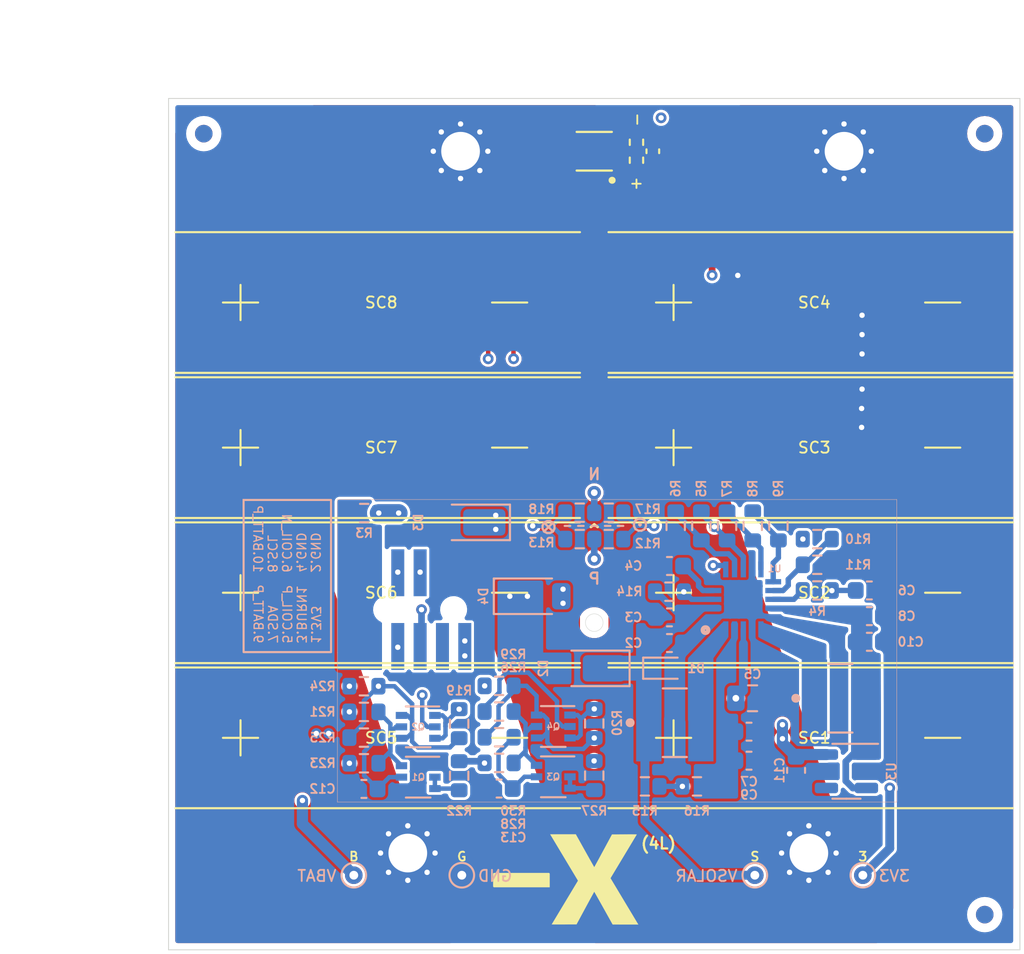
<source format=kicad_pcb>
(kicad_pcb (version 20221018) (generator pcbnew)
  (layers (0 "F.Cu" signal "Top") (1 "In1.Cu" signal) (2 "In2.Cu" signal) (31 "B.Cu" signal "Bottom") (34 "B.Paste" user) (35 "F.Paste" user) (36 "B.SilkS" user "B.Silkscreen") (37 "F.SilkS" user "F.Silkscreen") (38 "B.Mask" user) (39 "F.Mask" user) (44 "Edge.Cuts" user))
  (net 0 "")
  (net 1 "GND")
  (net 2 "+3V3")
  (net 3 "Net-(U1-VREF_SAMP)")
  (net 4 "Net-(U1-VSTOR)")
  (net 5 "VOUT_EN")
  (net 6 "VSOLAR")
  (net 7 "VBAT_OK")
  (net 8 "SDA")
  (net 9 "BATT_P")
  (net 10 "COIL_N")
  (net 11 "COIL_P")
  (net 12 "Net-(D3-K)")
  (net 13 "Net-(U1-LBOOST)")
  (net 14 "Net-(U1-LBUCK)")
  (net 15 "Net-(U1-VBAT_OV)")
  (net 16 "Net-(U1-OK_HYST)")
  (net 17 "Net-(U1-OK_PROG)")
  (net 18 "/coil")
  (net 19 "/VSOLAR_FULL")
  (net 20 "BURN1")
  (net 21 "Net-(U1-VOUT_SET)")
  (net 22 "Net-(U1-VOC_SAMP)")
  (net 23 "SCL")
  (net 24 "Net-(Q1B-G1)")
  (net 25 "Net-(Q3B-G1)")
  (net 26 "Net-(Q1A-G2)")
  (net 27 "SCL_LS")
  (net 28 "Net-(Q1A-D1)")
  (net 29 "Net-(Q2A-B1)")
  (net 30 "Net-(Q3A-G2)")
  (net 31 "SDA_LS")
  (net 32 "Net-(Q3A-D1)")
  (net 33 "Net-(Q4A-B1)")
  (net 34 "VBAT")
  (net 35 "Net-(U1-VRDIV)")
  (net 36 "Net-(U2-ADDR)")
  (net 38 "Net-(U1-VOUT)")
  (footprint "solarpanels:KXOB25-05X3F" (layer "F.Cu") (at 83.89 78.65)
    (fp_text reference "SC5")
    (fp_text value "SolarCell_Small")
  )
  (footprint "solarpanels:KXOB25-05X3F" (layer "F.Cu") (at 83.89 70.4)
    (fp_text reference "SC6")
    (fp_text value "SolarCell_Small")
  )
  (footprint "solarpanels:KXOB25-05X3F" (layer "F.Cu") (at 83.89 62.149996)
    (fp_text reference "SC7")
    (fp_text value "SolarCell_Small")
  )
  (footprint "solarpanels:KXOB25-05X3F" (layer "F.Cu") (at 108.51 78.65)
    (fp_text reference "SC1")
    (fp_text value "SolarCell_Small")
  )
  (footprint "solarpanels:KXOB25-05X3F" (layer "F.Cu") (at 108.51 70.4)
    (fp_text reference "SC2")
    (fp_text value "SolarCell_Small")
  )
  (footprint "solarpanels:KXOB25-05X3F" (layer "F.Cu") (at 108.51 62.149996)
    (fp_text reference "SC3")
    (fp_text value "SolarCell_Small")
  )
  (footprint "solarpanels:KXOB25-05X3F" (layer "F.Cu") (at 108.51 53.9)
    (fp_text reference "SC4")
    (fp_text value "SolarCell_Small")
  )
  (footprint "Capacitor_SMD:C_0402_1005Metric" (layer "F.Cu") (at 110.03 45.3 -90)
    (fp_text reference "C1" hide)
    (fp_text value "0.1uF")
  )
  (footprint "Resistor_SMD:R_0402_1005Metric" (layer "F.Cu") (at 109.1 45.81 -90)
    (fp_text reference "R1" hide)
    (fp_text value "0R")
  )
  (footprint "Resistor_SMD:R_0402_1005Metric" (layer "F.Cu") (at 109.1 44.79 -90)
    (fp_text reference "R2" hide)
    (fp_text value "0R")
  )
  (footprint "solarpanels:MountingHole_2.2mm_M2_DIN965_Pad_TopBottom" (layer "F.Cu") (at 99.100005 45.300011)
    (fp_text reference "H2" hide)
    (fp_text value "MountingHole")
  )
  (footprint "solarpanels:KXOB25-05X3F" (layer "F.Cu") (at 83.89 53.9)
    (fp_text reference "SC8")
    (fp_text value "SolarCell_Small")
  )
  (footprint "Fiducial:Fiducial_1mm_Mask2mm" (layer "F.Cu") (at 128.9 88.7)
    (fp_text reference "REF**" hide)
    (fp_text value "Fiducial_1mm_Mask2mm")
  )
  (footprint "Fiducial:Fiducial_1mm_Mask2mm" (layer "F.Cu") (at 128.9 44.3)
    (fp_text reference "REF**" hide)
    (fp_text value "Fiducial_1mm_Mask2mm")
  )
  (footprint "solarpanels:MountingHole_2.2mm_M2_DIN965_Pad_TopBottom" (layer "F.Cu") (at 118.9 85.2)
    (fp_text reference "H4" hide)
    (fp_text value "MountingHole")
  )
  (footprint "solarpanels:MountingHole_2.2mm_M2_DIN965_Pad_TopBottom" (layer "F.Cu") (at 96.1 85.2)
    (fp_text reference "H3" hide)
    (fp_text value "MountingHole")
  )
  (footprint "Fiducial:Fiducial_1mm_Mask2mm" (layer "F.Cu") (at 84.5 44.3)
    (fp_text reference "REF**" hide)
    (fp_text value "Fiducial_1mm_Mask2mm")
  )
  (footprint "solarpanels:OPT3001" (layer "F.Cu") (at 106.7 45.3 180)
    (fp_text reference "U2" hide)
    (fp_text value "OPT3001")
  )
  (footprint "X Label" (layer "F.Cu") (at 106.7 88.205445)
    (fp_text reference "REF**" hide)
    (fp_text value "X Label" hide)
  )
  (footprint "solarpanels:MountingHole_2.2mm_M2_DIN965_Pad_TopBottom" (layer "F.Cu") (at 120.900012 45.300011)
    (fp_text reference "H1" hide)
    (fp_text value "MountingHole")
  )
  (footprint "Capacitor_SMD:C_0805_2012Metric" (layer "B.Cu") (at 115.7 76.4)
    (fp_text reference "C5")
    (fp_text value "100uF")
  )
  (footprint "Capacitor_SMD:C_0603_1608Metric" (layer "B.Cu") (at 115.5 79.95)
    (fp_text reference "C9")
    (fp_text value "0.1uF")
  )
  (footprint "Capacitor_SMD:C_0603_1608Metric" (layer "B.Cu") (at 122.34 71.73)
    (fp_text reference "C8")
    (fp_text value "22uF")
  )
  (footprint "Capacitor_SMD:C_0603_1608Metric" (layer "B.Cu") (at 122.34 70.27)
    (fp_text reference "C6")
    (fp_text value "1uF")
  )
  (footprint "Capacitor_SMD:C_0603_1608Metric" (layer "B.Cu") (at 110.975 68.88 180)
    (fp_text reference "C4")
    (fp_text value "10nF")
  )
  (footprint "solarpanels:LPS4018" (layer "B.Cu") (at 120.7 76.4)
    (fp_text reference "L2" hide)
    (fp_text value "10uH-LPS4018-103MR" hide)
  )
  (footprint "Resistor_SMD:R_0603_1608Metric" (layer "B.Cu") (at 109.58 81.41)
    (fp_text reference "R15")
    (fp_text value "DNI (0R)")
  )
  (footprint "Resistor_SMD:R_0603_1608Metric" (layer "B.Cu") (at 117.17 66.6 -90)
    (fp_text reference "R9")
    (fp_text value "4.53M")
  )
  (footprint "Resistor_SMD:R_0603_1608Metric" (layer "B.Cu") (at 119.38 68.81 180)
    (fp_text reference "R11")
    (fp_text value "4.75M")
  )
  (footprint "Resistor_SMD:R_0603_1608Metric" (layer "B.Cu") (at 114.25 66.6 -90)
    (fp_text reference "R7")
    (fp_text value "374K")
  )
  (footprint "Resistor_SMD:R_0603_1608Metric" (layer "B.Cu") (at 119.38 70.27)
    (fp_text reference "R4")
    (fp_text value "0R")
  )
  (footprint "Resistor_SMD:R_0603_1608Metric" (layer "B.Cu") (at 115.71 66.6 -90)
    (fp_text reference "R8")
    (fp_text value "8.25M")
  )
  (footprint "Resistor_SMD:R_0603_1608Metric" (layer "B.Cu") (at 110.975 70.34 180)
    (fp_text reference "R14")
    (fp_text value "DNI (0R)")
  )
  (footprint "Resistor_SMD:R_0603_1608Metric" (layer "B.Cu") (at 119.38 67.35 180)
    (fp_text reference "R10")
    (fp_text value "8.25M")
  )
  (footprint "solarpanels:QFN50P350X350X100-21N-D" (layer "B.Cu") (at 115.175 70.775)
    (fp_text reference "U1")
    (fp_text value "BQ25570RGRR" hide)
  )
  (footprint "solarpanels:LPS4018" (layer "B.Cu") (at 111.27924 77.78963)
    (fp_text reference "L1" hide)
    (fp_text value "22uH-LPS4018-223MR" hide)
  )
  (footprint "Resistor_SMD:R_0603_1608Metric" (layer "B.Cu") (at 112.54 81.41 180)
    (fp_text reference "R16")
    (fp_text value "0R")
  )
  (footprint "Resistor_SMD:R_0603_1608Metric" (layer "B.Cu") (at 112.79 66.6 90)
    (fp_text reference "R5")
    (fp_text value "7.32M")
  )
  (footprint "Capacitor_SMD:C_0603_1608Metric" (layer "B.Cu") (at 115.5 78.3)
    (fp_text reference "C7")
    (fp_text value "4.7uF")
  )
  (footprint "Resistor_SMD:R_0603_1608Metric" (layer "B.Cu") (at 111.33 66.6 90)
    (fp_text reference "R6")
    (fp_text value "5.62M")
  )
  (footprint "Capacitor_SMD:C_0603_1608Metric" (layer "B.Cu") (at 110.975 71.8 180)
    (fp_text reference "C3")
    (fp_text value "4.7uF")
  )
  (footprint "TestPoint:TestPoint_THTPad_D1.0mm_Drill0.5mm" (layer "B.Cu") (at 99.17 86.46)
    (fp_text reference "TP2" hide)
    (fp_text value "TP")
  )
  (footprint "TestPoint:TestPoint_THTPad_D1.0mm_Drill0.5mm" (layer "B.Cu") (at 121.97 86.46)
    (fp_text reference "TP3" hide)
    (fp_text value "TP")
  )
  (footprint "TestPoint:TestPoint_THTPad_D1.0mm_Drill0.5mm" (layer "B.Cu") (at 93.03 86.46)
    (fp_text reference "TP4" hide)
    (fp_text value "TP")
  )
  (footprint "TestPoint:TestPoint_THTPad_D1.0mm_Drill0.5mm" (layer "B.Cu") (at 115.83 86.46)
    (fp_text reference "TP1" hide)
    (fp_text value "TP")
  )
  (footprint "Resistor_SMD:R_0603_1608Metric" (layer "B.Cu") (at 105.875 65.85)
    (fp_text reference "R18")
    (fp_text value "0R")
  )
  (footprint "Resistor_SMD:R_0603_1608Metric" (layer "B.Cu") (at 107.525 65.85)
    (fp_text reference "R17")
    (fp_text value "0R")
  )
  (footprint "Resistor_SMD:R_0603_1608Metric" (layer "B.Cu") (at 107.525 67.35)
    (fp_text reference "R12")
    (fp_text value "0R")
  )
  (footprint "Resistor_SMD:R_0603_1608Metric" (layer "B.Cu") (at 105.875 67.35)
    (fp_text reference "R13")
    (fp_text value "0R")
  )
  (footprint "Diode_SMD:D_SOD-523" (layer "B.Cu") (at 110.74 74.69)
    (fp_text reference "D1")
    (fp_text value "SZMM5Z5V1T1G")
  )
  (footprint "custom-footprints:pycubed_mini_half" (layer "B.Cu") (at 107 44.5 180)
    (fp_text reference "Ref**" hide)
    (fp_text value "Val**" hide)
  )
  (footprint "Resistor_SMD:R_0603_1608Metric" (layer "B.Cu") (at 99.02 80.805 -90)
    (fp_text reference "R22")
    (fp_text value "100K")
  )
  (footprint "Resistor_SMD:R_0603_1608Metric" (layer "B.Cu") (at 101.29 77.155)
    (fp_text reference "R26")
    (fp_text value "680R")
  )
  (footprint "Diode_SMD:D_PowerDI-123" (layer "B.Cu") (at 99.6 66.4 180)
    (fp_text reference "D3")
    (fp_text value "DFLS130L-7")
  )
  (footprint "Capacitor_SMD:C_0603_1608Metric" (layer "B.Cu") (at 118.175 80.5 -90)
    (fp_text reference "C11")
    (fp_text value "0.1uF")
  )
  (footprint "Diode_SMD:D_PowerDI-123" (layer "B.Cu") (at 106.4 74.7 180)
    (fp_text reference "D2")
    (fp_text value "DFLS130L-7")
  )
  (footprint "Resistor_SMD:R_0603_1608Metric" (layer "B.Cu") (at 93.605 77.175)
    (fp_text reference "R21")
    (fp_text value "680R")
  )
  (footprint "Resistor_SMD:R_0603_1608Metric" (layer "B.Cu") (at 106.7 77.835 90)
    (fp_text reference "R20")
    (fp_text value "DNI (0R)")
  )
  (footprint "Capacitor_SMD:C_0603_1608Metric" (layer "B.Cu") (at 93.605 81.555 180)
    (fp_text reference "C12")
    (fp_text value "10nF")
  )
  (footprint "Resistor_SMD:R_0603_1608Metric" (layer "B.Cu") (at 106.7 80.795 -90)
    (fp_text reference "R27")
    (fp_text value "100K")
  )
  (footprint "Resistor_SMD:R_0603_1608Metric" (layer "B.Cu") (at 99.02 77.845 90)
    (fp_text reference "R19")
    (fp_text value "DNI (0R)")
  )
  (footprint "Resistor_SMD:R_0603_1608Metric" (layer "B.Cu") (at 93.605 80.095)
    (fp_text reference "R23")
    (fp_text value "10K")
  )
  (footprint "Resistor_SMD:R_0603_1608Metric" (layer "B.Cu") (at 101.29 78.615)
    (fp_text reference "R30")
    (fp_text value "200K")
  )
  (footprint "Resistor_SMD:R_0603_1608Metric" (layer "B.Cu") (at 93.605 75.715)
    (fp_text reference "R24")
    (fp_text value "10K")
  )
  (footprint "Package_TO_SOT_SMD:SOT-363_SC-70-6" (layer "B.Cu") (at 104.37 80.865 180)
    (fp_text reference "Q3")
    (fp_text value "NX3008NBKS")
  )
  (footprint "Fiducial:Fiducial_1mm_Mask2mm" (layer "B.Cu") (at 84.5 44.3 180)
    (fp_text reference "REF**" hide)
    (fp_text value "Fiducial_1mm_Mask2mm")
  )
  (footprint "Resistor_SMD:R_0603_1608Metric" (layer "B.Cu") (at 93.605 78.635)
    (fp_text reference "R25")
    (fp_text value "200K")
  )
  (footprint "Package_TO_SOT_SMD:SOT-363_SC-70-6" (layer "B.Cu") (at 96.69 78.025 180)
    (fp_text reference "Q2")
    (fp_text value "MBT2222ADW1T1")
  )
  (footprint "Resistor_SMD:R_0603_1608Metric" (layer "B.Cu") (at 101.29 75.695)
    (fp_text reference "R29")
    (fp_text value "10K")
  )
  (footprint "Package_TO_SOT_SMD:SOT-363_SC-70-6" (layer "B.Cu") (at 96.69 80.885 180)
    (fp_text reference "Q1")
    (fp_text value "NX3008NBKS")
  )
  (footprint "Package_TO_SOT_SMD:SOT-23-5" (layer "B.Cu") (at 121.0375 80.55 180)
    (fp_text reference "U3")
    (fp_text value "MAX40200AUK")
  )
  (footprint "Resistor_SMD:R_0603_1608Metric" (layer "B.Cu") (at 93.62 65.87)
    (fp_text reference "R3")
    (fp_text value "0R")
  )
  (footprint "Fiducial:Fiducial_1mm_Mask2mm" (layer "B.Cu") (at 128.9 88.7 180)
    (fp_text reference "REF**" hide)
    (fp_text value "Fiducial_1mm_Mask2mm")
  )
  (footprint "Capacitor_SMD:C_0603_1608Metric" (layer "B.Cu") (at 110.975 73.26)
    (fp_text reference "C2")
    (fp_text value "0.1uF")
  )
  (footprint "Package_TO_SOT_SMD:SOT-363_SC-70-6" (layer "B.Cu") (at 104.37 78.005 180)
    (fp_text reference "Q4")
    (fp_text value "MBT2222ADW1T1")
  )
  (footprint "Capacitor_SMD:C_0603_1608Metric" (layer "B.Cu") (at 101.29 81.535 180)
    (fp_text reference "C13")
    (fp_text value "10nF")
  )
  (footprint "Resistor_SMD:R_0603_1608Metric" (layer "B.Cu") (at 101.29 80.075)
    (fp_text reference "R28")
    (fp_text value "10K")
  )
  (footprint "Capacitor_SMD:C_0603_1608Metric" (layer "B.Cu") (at 122.34 73.19)
    (fp_text reference "C10")
    (fp_text value "0.1uF")
  )
  (footprint "Fiducial:Fiducial_1mm_Mask2mm" (layer "B.Cu") (at 128.9 44.3 180)
    (fp_text reference "REF**" hide)
    (fp_text value "Fiducial_1mm_Mask2mm")
  )
  (footprint "solarpanels:SAMTEC-FTS-105-01-X-DV-A" (layer "B.Cu") (at 96.8 71.36 180)
    (fp_text reference "J1" hide)
    (fp_text value "FTS-105-01-X-DV-A")
  )
  (footprint "Diode_SMD:D_PowerDI-123" (layer "B.Cu") (at 103.3 70.6)
    (fp_text reference "D4")
    (fp_text value "DFLS130L-7")
  )
  (gr_line (start 107.30325 66.6) (end 107.62075 66.6) (stroke (width 0.12)) (layer "B.SilkS"))
  (gr_line (start 106.85875 66.6) (end 106.54125 66.6) (stroke (width 0.12)) (layer "B.SilkS"))
  (gr_line (start 106.09675 66.6) (end 105.77925 66.6) (stroke (width 0.12)) (layer "B.SilkS"))
  (gr_line (start 108.351 66.6) (end 108.0335 66.6) (stroke (width 0.12)) (layer "B.SilkS"))
  (gr_line (start 105.01725 66.6) (end 105.33475 66.6) (stroke (width 0.12)) (layer "B.SilkS"))
  (gr_line (start 123.9 65.1) (end 123.9 82.3) (stroke (width 0.0254)) (layer "B.SilkS"))
  (gr_rect (start 86.765 65.125) (end 91.735 73.775) (stroke (width 0.12)) (fill none) (layer "B.SilkS"))
  (gr_line (start 92.1 75.4) (end 92.1 73.8) (stroke (width 0.0254)) (layer "B.SilkS"))
  (gr_line (start 123.9 82.3) (end 92.1 82.3) (stroke (width 0.0254)) (layer "B.SilkS"))
  (gr_line (start 92.1 82.3) (end 92.1 75.4) (stroke (width 0.0254)) (layer "B.SilkS"))
  (gr_line (start 92.1 65.1) (end 123.9 65.1) (stroke (width 0.0254)) (layer "B.SilkS"))
  (gr_line (start 92.1 73.8) (end 92.1 65.1) (stroke (width 0.0254)) (layer "B.SilkS"))
  (gr_line (start 82.5 90.7) (end 82.5 42.3) (stroke (width 0.05)) (layer "Edge.Cuts"))
  (gr_line (start 82.5 42.3) (end 130.9 42.3) (stroke (width 0.05)) (layer "Edge.Cuts"))
  (gr_line (start 82.5 90.7) (end 130.9 90.7) (stroke (width 0.05)) (layer "Edge.Cuts"))
  (gr_line (start 130.9 42.3) (end 130.9 90.7) (stroke (width 0.05)) (layer "Edge.Cuts"))
  (gr_circle (center 106.7 72.1) (end 107.2 72.1) (stroke (width 0.0254)) (fill none) (layer "Edge.Cuts"))
  (gr_text "GND" (at 102.1 86.5) (layer "B.SilkS") (effects (font (size 0.635 0.635) (thickness 0.1016)) (justify left mirror)))
  (gr_text "VSOLAR" (at 114.9 86.5) (layer "B.SilkS") (effects (font (size 0.635 0.635) (thickness 0.1016)) (justify left mirror)))
  (gr_text "VBAT" (at 92.1 86.5) (layer "B.SilkS") (effects (font (size 0.635 0.635) (thickness 0.1016)) (justify left mirror)))
  (gr_text "3V3" (at 124.7 86.5) (layer "B.SilkS") (effects (font (size 0.635 0.635) (thickness 0.1016)) (justify left mirror)))
  (gr_text "⊙" (at 109.3 66.6 180) (layer "B.SilkS") (effects (font (size 0.889 0.889) (thickness 0.127)) (justify mirror)))
  (gr_text "P" (at 106.7 69.6) (layer "B.SilkS") (effects (font (size 0.635 0.635) (thickness 0.127)) (justify mirror)))
  (gr_text "N" (at 106.7 63.6 180) (layer "B.SilkS") (effects (font (size 0.635 0.635) (thickness 0.127)) (justify mirror)))
  (gr_text "⊗" (at 104.1 66.6) (layer "B.SilkS") (effects (font (size 0.889 0.889) (thickness 0.127)) (justify mirror)))
  (gr_text "2.GND\n4.GND\n6.COIL_N\n8.SCL\n10.BATT_P" (at 89.21 69.3 270) (layer "B.SilkS") (effects (font (size 0.508 0.508) (thickness 0.0762)) (justify left mirror)))
  (gr_text "1.3V3\n3.BURN1\n5.COIL_P\n7.SDA\n9.BATT_P" (at 89.23 73.325 270) (layer "B.SilkS") (effects (font (size 0.508 0.508) (thickness 0.0762)) (justify left mirror)))
  (gr_text "B" (at 93.03 85.4) (layer "F.SilkS") (effects (font (size 0.508 0.508) (thickness 0.1016))))
  (gr_text "3" (at 121.97 85.4) (layer "F.SilkS") (effects (font (size 0.508 0.508) (thickness 0.1016))))
  (gr_text "G" (at 99.17 85.4) (layer "F.SilkS") (effects (font (size 0.508 0.508) (thickness 0.1016))))
  (gr_text "(4L)" (at 110.35 84.65) (layer "F.SilkS") (effects (font (size 0.635 0.635) (thickness 0.127))))
  (gr_text "S" (at 115.83 85.4) (layer "F.SilkS") (effects (font (size 0.508 0.508) (thickness 0.1016))))
  (gr_text "+" (at 109.1 47.1) (layer "F.SilkS") (effects (font (size 0.635 0.635) (thickness 0.1016))))
  (gr_text "^" (at 106.7 67.11) (layer "F.SilkS") (effects (font (size 1 1))))
  (gr_text "-" (at 109.1 43.5 90) (layer "F.SilkS") (effects (font (size 0.635 0.635) (thickness 0.1016))))
  (segment (start 114.86 52.36) (end 114.86 47.26) (width 0.381) (layer "F.Cu") (net 1))
  (segment (start 107.695 44.65) (end 107.35 44.65) (width 0.381) (layer "F.Cu") (net 1))
  (segment (start 112.25 44.65) (end 107.695 44.65) (width 0.381) (layer "F.Cu") (net 1))
  (segment (start 107.35 44.65) (end 106.7 45.3) (width 0.381) (layer "F.Cu") (net 1))
  (segment (start 114.86 47.26) (end 112.25 44.65) (width 0.381) (layer "F.Cu") (net 1))
  (via (at 121.925 54.625) (size 0.6096) (drill 0.3048) (layers "F.Cu" "B.Cu") (net 1))
  (via (at 114.86 52.36) (size 0.6096) (drill 0.3048) (layers "F.Cu" "B.Cu") (net 1))
  (via (at 121.925 58.825) (size 0.6096) (drill 0.3048) (layers "F.Cu" "B.Cu") (net 1))
  (via (at 121.925 55.725) (size 0.6096) (drill 0.3048) (layers "F.Cu" "B.Cu") (net 1))
  (via (at 121.925 56.825) (size 0.6096) (drill 0.3048) (layers "F.Cu" "B.Cu") (net 1))
  (via (at 121.9 59.925) (size 0.6096) (drill 0.3048) (layers "F.Cu" "B.Cu") (net 1))
  (via (at 121.9 61) (size 0.6096) (drill 0.3048) (layers "F.Cu" "B.Cu") (net 1))
  (segment (start 113.4 52.35) (end 113.4 47.85) (width 0.381) (layer "F.Cu") (net 2))
  (segment (start 113.4 47.85) (end 111.5 45.95) (width 0.381) (layer "F.Cu") (net 2))
  (segment (start 111.5 45.95) (end 107.4 45.95) (width 0.381) (layer "F.Cu") (net 2))
  (via (at 117.4 78.7) (size 0.6096) (drill 0.3048) (layers "F.Cu" "B.Cu") (net 2))
  (via (at 117.4 77.9) (size 0.6096) (drill 0.3048) (layers "F.Cu" "B.Cu") (net 2))
  (via (at 99.34 73.14) (size 0.6096) (drill 0.3048) (layers "F.Cu" "B.Cu") (net 2))
  (via (at 92.78 80.095) (size 0.6096) (drill 0.3048) (layers "F.Cu" "B.Cu") (net 2))
  (via (at 92.78 75.715) (size 0.6096) (drill 0.3048) (layers "F.Cu" "B.Cu") (net 2))
  (via (at 123.5 81.5) (size 0.6096) (drill 0.3048) (layers "F.Cu" "B.Cu") (net 2))
  (via (at 106.69 79.96) (size 0.6096) (drill 0.3048) (layers "F.Cu" "B.Cu") (net 2))
  (via (at 99.34 73.99) (size 0.6096) (drill 0.3048) (layers "F.Cu" "B.Cu") (net 2))
  (via (at 113.4 52.35) (size 0.6096) (drill 0.3048) (layers "F.Cu" "B.Cu") (net 2))
  (via (at 100.46 80.085) (size 0.6096) (drill 0.3048) (layers "F.Cu" "B.Cu") (net 2))
  (via (at 100.47 75.695) (size 0.6096) (drill 0.3048) (layers "F.Cu" "B.Cu") (net 2))
  (segment (start 119.9 79.6) (end 118.2 79.6) (width 0.635) (layer "B.Cu") (net 2))
  (segment (start 99.02 79.98) (end 100.355 79.98) (width 0.381) (layer "B.Cu") (net 2))
  (segment (start 123.5 84.93) (end 123.5 81.5) (width 0.508) (layer "B.Cu") (net 2))
  (segment (start 118.2 79.6) (end 119.3 79.6) (width 0.635) (layer "B.Cu") (net 2))
  (segment (start 117.4 78.95) (end 117.4 77.9) (width 0.635) (layer "B.Cu") (net 2))
  (segment (start 118.175 79.725) (end 117.4 78.95) (width 0.635) (layer "B.Cu") (net 2))
  (segment (start 121.97 86.46) (end 123.5 84.93) (width 0.508) (layer "B.Cu") (net 2))
  (segment (start 112.63 70.03) (end 112.63 69.76) (width 0.3048) (layer "B.Cu") (net 3))
  (segment (start 113.475 70.275) (end 112.875 70.275) (width 0.3048) (layer "B.Cu") (net 3))
  (segment (start 112.63 69.76) (end 111.75 68.88) (width 0.3048) (layer "B.Cu") (net 3))
  (segment (start 112.875 70.275) (end 112.63 70.03) (width 0.3048) (layer "B.Cu") (net 3))
  (via (at 120.21 70.28) (size 0.6096) (drill 0.3048) (layers "F.Cu" "B.Cu") (net 5))
  (via (at 113.46 68.85) (size 0.6096) (drill 0.3048) (layers "F.Cu" "B.Cu") (net 5))
  (segment (start 113.46 68.85) (end 114.0356 68.85) (width 0.3048) (layer "B.Cu") (net 5))
  (segment (start 120.205 70.27) (end 121.565 70.27) (width 0.3048) (layer "B.Cu") (net 5))
  (segment (start 112.66 86.46) (end 115.83 86.46) (width 0.508) (layer "B.Cu") (net 6))
  (segment (start 109.58 78.00932) (end 109.58 83.38) (width 0.508) (layer "B.Cu") (net 6))
  (segment (start 109.58 83.38) (end 112.66 86.46) (width 0.508) (layer "B.Cu") (net 6))
  (segment (start 111.68 71.8) (end 110.22 70.34) (width 0.381) (layer "B.Cu") (net 6))
  (segment (start 118.05 70.775) (end 118.555 70.27) (width 0.3048) (layer "B.Cu") (net 7))
  (segment (start 116.875 70.775) (end 118.05 70.775) (width 0.3048) (layer "B.Cu") (net 7))
  (via (at 106.7 77.005) (size 0.6096) (drill 0.3048) (layers "F.Cu" "B.Cu") (net 8))
  (via (at 95.53 73.5) (size 0.6096) (drill 0.3048) (layers "F.Cu" "B.Cu") (net 8))
  (segment (start 105.7538 78.655) (end 105.9244 78.4844) (width 0.254) (layer "B.Cu") (net 8))
  (segment (start 105.32 78.655) (end 105.7538 78.655) (width 0.254) (layer "B.Cu") (net 8))
  (segment (start 106.51 77.005) (end 105.9844 77.5306) (width 0.254) (layer "B.Cu") (net 8))
  (segment (start 105.32 77.355) (end 105.7488 77.355) (width 0.254) (layer "B.Cu") (net 8))
  (segment (start 105.9244 78.4844) (end 105.9244 77.5306) (width 0.254) (layer "B.Cu") (net 8))
  (segment (start 105.7488 77.355) (end 105.9244 77.5306) (width 0.254) (layer "B.Cu") (net 8))
  (via (at 96.8 69.23) (size 0.6096) (drill 0.3048) (layers "F.Cu" "B.Cu") (net 10))
  (via (at 106.7 64.71) (size 0.762) (drill 0.381) (layers "F.Cu" "B.Cu") (net 10))
  (segment (start 106.7 64.71) (end 106.7 65.85) (width 0.381) (layer "B.Cu") (net 10))
  (via (at 96.88 71.36) (size 0.6096) (drill 0.3048) (layers "F.Cu" "B.Cu") (net 11))
  (via (at 106.7 68.48) (size 0.762) (drill 0.381) (layers "F.Cu" "B.Cu") (net 11))
  (segment (start 96.88 71.36) (end 96.88 73.3745) (width 0.381) (layer "B.Cu") (net 11))
  (segment (start 106.7 67.35) (end 106.7 68.48) (width 0.381) (layer "B.Cu") (net 11))
  (via (at 104.925 71) (size 0.6096) (drill 0.3048) (layers "F.Cu" "B.Cu") (net 12))
  (via (at 104.925 70.2) (size 0.6096) (drill 0.3048) (layers "F.Cu" "B.Cu") (net 12))
  (via (at 101.1 66) (size 0.6096) (drill 0.3048) (layers "F.Cu" "B.Cu") (net 12))
  (via (at 101.1 66.8) (size 0.6096) (drill 0.3048) (layers "F.Cu" "B.Cu") (net 12))
  (segment (start 114.675 69.075) (end 114.675 68.535) (width 0.3048) (layer "B.Cu") (net 15))
  (segment (start 112.79 67.34) (end 111.33 65.88) (width 0.3048) (layer "B.Cu") (net 15))
  (segment (start 113.555 68.19) (end 112.79 67.425) (width 0.3048) (layer "B.Cu") (net 15))
  (segment (start 114.675 68.535) (end 114.33 68.19) (width 0.3048) (layer "B.Cu") (net 15))
  (segment (start 114.33 68.19) (end 113.555 68.19) (width 0.3048) (layer "B.Cu") (net 15))
  (segment (start 116.175 69.075) (end 116.175 67.89) (width 0.3048) (layer "B.Cu") (net 16))
  (segment (start 115.71 67.32) (end 114.25 65.86) (width 0.3048) (layer "B.Cu") (net 16))
  (segment (start 116.175 67.89) (end 115.71 67.425) (width 0.3048) (layer "B.Cu") (net 16))
  (segment (start 116.875 68.705) (end 117.17 68.41) (width 0.3048) (layer "B.Cu") (net 17))
  (segment (start 117.17 68.41) (end 117.17 67.425) (width 0.3048) (layer "B.Cu") (net 17))
  (segment (start 116.875 69.775) (end 116.875 68.705) (width 0.3048) (layer "B.Cu") (net 17))
  (segment (start 117.17 67.33) (end 115.71 65.87) (width 0.3048) (layer "B.Cu") (net 17))
  (via (at 103.2 66.6) (size 0.6096) (drill 0.3048) (layers "F.Cu" "B.Cu") (net 18))
  (via (at 110.500008 43.399989) (size 0.6096) (drill 0.3048) (layers "F.Cu" "B.Cu") (net 18))
  (via (at 110.1 66.6) (size 0.6096) (drill 0.3048) (layers "F.Cu" "B.Cu") (net 18))
  (segment (start 104.3 66.6) (end 103.2 66.6) (width 0.254) (layer "B.Cu") (net 18))
  (segment (start 105.05 67.35) (end 104.3 66.6) (width 0.254) (layer "B.Cu") (net 18))
  (segment (start 109.1 66.6) (end 108.35 67.35) (width 0.254) (layer "B.Cu") (net 18))
  (segment (start 105.05 65.85) (end 104.3 66.6) (width 0.254) (layer "B.Cu") (net 18))
  (segment (start 109.4 66.6) (end 109.1 66.6) (width 0.254) (layer "B.Cu") (net 18))
  (segment (start 109.1 66.6) (end 108.35 65.85) (width 0.254) (layer "B.Cu") (net 18))
  (segment (start 110.1 66.6) (end 109.4 66.6) (width 0.254) (layer "B.Cu") (net 18))
  (via (at 101.9 70.6) (size 0.6096) (drill 0.3048) (layers "F.Cu" "B.Cu") (net 19))
  (via (at 102.9 70.6) (size 0.6096) (drill 0.3048) (layers "F.Cu" "B.Cu") (net 19))
  (via (at 91.6 78.4) (size 0.6096) (drill 0.3048) (layers "F.Cu" "B.Cu") (net 19))
  (via (at 90.9 78.4) (size 0.6096) (drill 0.3048) (layers "F.Cu" "B.Cu") (net 19))
  (segment (start 117.73 69.98) (end 117.73 69.635) (width 0.3048) (layer "B.Cu") (net 21))
  (segment (start 117.435 70.275) (end 117.73 69.98) (width 0.3048) (layer "B.Cu") (net 21))
  (segment (start 118.65 68.81) (end 120.11 67.35) (width 0.3048) (layer "B.Cu") (net 21))
  (segment (start 116.875 70.275) (end 117.435 70.275) (width 0.3048) (layer "B.Cu") (net 21))
  (segment (start 117.73 69.635) (end 118.555 68.81) (width 0.3048) (layer "B.Cu") (net 21))
  (via (at 111.79 70.35) (size 0.6096) (drill 0.3048) (layers "F.Cu" "B.Cu") (net 22))
  (via (at 111.71 81.41) (size 0.6096) (drill 0.3048) (layers "F.Cu" "B.Cu") (net 22))
  (segment (start 112.235 70.775) (end 111.8 70.34) (width 0.3048) (layer "B.Cu") (net 22))
  (segment (start 110.405 81.41) (end 111.715 81.41) (width 0.3048) (layer "B.Cu") (net 22))
  (segment (start 113.475 70.775) (end 112.235 70.775) (width 0.3048) (layer "B.Cu") (net 22))
  (via (at 95.53 69.23) (size 0.6096) (drill 0.3048) (layers "F.Cu" "B.Cu") (net 23))
  (via (at 99.02 77.02) (size 0.6096) (drill 0.3048) (layers "F.Cu" "B.Cu") (net 23))
  (segment (start 98.0738 78.675) (end 97.64 78.675) (width 0.254) (layer "B.Cu") (net 23))
  (segment (start 98.2444 77.7956) (end 99.02 77.02) (width 0.254) (layer "B.Cu") (net 23))
  (segment (start 98.2444 78.5044) (end 98.0738 78.675) (width 0.254) (layer "B.Cu") (net 23))
  (segment (start 98.2444 78.0006) (end 98.2444 77.7956) (width 0.254) (layer "B.Cu") (net 23))
  (segment (start 98.2444 77.5456) (end 98.2444 78.0006) (width 0.254) (layer "B.Cu") (net 23))
  (segment (start 97.64 77.375) (end 98.0738 77.375) (width 0.254) (layer "B.Cu") (net 23))
  (segment (start 98.0738 77.375) (end 98.2444 77.5456) (width 0.254) (layer "B.Cu") (net 23))
  (segment (start 98.2444 78.0006) (end 98.2444 78.5044) (width 0.254) (layer "B.Cu") (net 23))
  (segment (start 95.05 80.885) (end 94.38 81.555) (width 0.254) (layer "B.Cu") (net 24))
  (segment (start 95.74 80.885) (end 95.05 80.885) (width 0.254) (layer "B.Cu") (net 24))
  (segment (start 94.38 81.555) (end 93.62 80.795) (width 0.254) (layer "B.Cu") (net 24))
  (segment (start 93.62 80.795) (end 93.62 79.435) (width 0.254) (layer "B.Cu") (net 24))
  (segment (start 93.62 79.435) (end 94.42 78.635) (width 0.254) (layer "B.Cu") (net 24))
  (segment (start 102.065 81.535) (end 102.735 80.865) (width 0.254) (layer "B.Cu") (net 25))
  (segment (start 102.735 80.865) (end 103.42 80.865) (width 0.254) (layer "B.Cu") (net 25))
  (segment (start 101.26 80.73) (end 101.26 79.47) (width 0.254) (layer "B.Cu") (net 25))
  (segment (start 102.065 81.535) (end 101.26 80.73) (width 0.254) (layer "B.Cu") (net 25))
  (segment (start 101.26 79.47) (end 102.115 78.615) (width 0.254) (layer "B.Cu") (net 25))
  (segment (start 97.64 80.885) (end 97.64 81.535) (width 0.254) (layer "B.Cu") (net 26))
  (segment (start 97.64 81.535) (end 98.925 81.535) (width 0.254) (layer "B.Cu") (net 26))
  (segment (start 100.67 57.1) (end 100.67 47.43) (width 0.254) (layer "F.Cu") (net 27))
  (segment (start 100.67 47.43) (end 103.45 44.65) (width 0.254) (layer "F.Cu") (net 27))
  (segment (start 103.45 44.65) (end 105.705 44.65) (width 0.254) (layer "F.Cu") (net 27))
  (via (at 94.43 75.715) (size 0.6096) (drill 0.3048) (layers "F.Cu" "B.Cu") (net 27))
  (via (at 100.67 57.1) (size 0.6096) (drill 0.3048) (layers "F.Cu" "B.Cu") (net 27))
  (segment (start 96.3444 78.3606) (end 96.3444 78.1706) (width 0.254) (layer "B.Cu") (net 27))
  (segment (start 96.3444 76.7194) (end 96.3444 78.1706) (width 0.254) (layer "B.Cu") (net 27))
  (segment (start 98.495 79.195) (end 96.68 79.195) (width 0.254) (layer "B.Cu") (net 27))
  (segment (start 95.74 78.675) (end 96.03 78.675) (width 0.254) (layer "B.Cu") (net 27))
  (segment (start 93.61 76.535) (end 93.61 77.805) (width 0.254) (layer "B.Cu") (net 27))
  (segment (start 93.61 77.805) (end 92.78 78.635) (width 0.254) (layer "B.Cu") (net 27))
  (segment (start 99.02 78.67) (end 98.495 79.195) (width 0.254) (layer "B.Cu") (net 27))
  (segment (start 94.43 75.715) (end 95.34 75.715) (width 0.254) (layer "B.Cu") (net 27))
  (segment (start 96.3444 78.1706) (end 96.3444 77.6394) (width 0.254) (layer "B.Cu") (net 27))
  (segment (start 96.68 79.195) (end 96.3444 78.8594) (width 0.254) (layer "B.Cu") (net 27))
  (segment (start 96.03 78.675) (end 96.3444 78.3606) (width 0.254) (layer "B.Cu") (net 27))
  (segment (start 96.3444 78.8594) (end 96.3444 78.1706) (width 0.254) (layer "B.Cu") (net 27))
  (segment (start 96.3444 77.6394) (end 96.08 77.375) (width 0.254) (layer "B.Cu") (net 27))
  (segment (start 95.34 75.715) (end 96.3444 76.7194) (width 0.254) (layer "B.Cu") (net 27))
  (segment (start 94.43 75.715) (end 93.61 76.535) (width 0.254) (layer "B.Cu") (net 27))
  (segment (start 96.08 77.375) (end 95.74 77.375) (width 0.254) (layer "B.Cu") (net 27))
  (segment (start 95.1094 77.8544) (end 94.43 77.175) (width 0.254) (layer "B.Cu") (net 28))
  (segment (start 95.1094 78.5156) (end 95.1094 77.8544) (width 0.254) (layer "B.Cu") (net 28))
  (segment (start 95.1094 79.6044) (end 95.1094 78.9244) (width 0.254) (layer "B.Cu") (net 28))
  (segment (start 95.1094 78.3456) (end 95.43 78.025) (width 0.254) (layer "B.Cu") (net 28))
  (segment (start 95.74 80.235) (end 95.1094 79.6044) (width 0.254) (layer "B.Cu") (net 28))
  (segment (start 95.1094 78.9244) (end 95.1094 79.4156) (width 0.254) (layer "B.Cu") (net 28))
  (segment (start 95.1094 78.5156) (end 95.1094 78.3456) (width 0.254) (layer "B.Cu") (net 28))
  (segment (start 95.1094 79.4156) (end 94.43 80.095) (width 0.254) (layer "B.Cu") (net 28))
  (segment (start 95.43 78.025) (end 95.74 78.025) (width 0.254) (layer "B.Cu") (net 28))
  (segment (start 95.1094 78.9244) (end 95.1094 78.5156) (width 0.254) (layer "B.Cu") (net 28))
  (via (at 96.92 76.22) (size 0.6096) (drill 0.3048) (layers "F.Cu" "B.Cu") (net 29))
  (via (at 92.78 77.17) (size 0.6096) (drill 0.3048) (layers "F.Cu" "B.Cu") (net 29))
  (segment (start 97.215 78.025) (end 97.64 78.025) (width 0.254) (layer "B.Cu") (net 29))
  (segment (start 96.92 76.22) (end 96.92 77.73) (width 0.254) (layer "B.Cu") (net 29))
  (segment (start 96.92 77.73) (end 97.215 78.025) (width 0.254) (layer "B.Cu") (net 29))
  (segment (start 105.32 80.865) (end 105.32 81.515) (width 0.254) (layer "B.Cu") (net 30))
  (segment (start 105.38 81.515) (end 106.615 81.515) (width 0.254) (layer "B.Cu") (net 30))
  (segment (start 102.115 57.1) (end 102.108 57.093) (width 0.254) (layer "F.Cu") (net 31))
  (segment (start 102.108 47.892) (end 104.05 45.95) (width 0.254) (layer "F.Cu") (net 31))
  (segment (start 102.108 57.093) (end 102.108 47.892) (width 0.254) (layer "F.Cu") (net 31))
  (segment (start 104.05 45.95) (end 105.705 45.95) (width 0.254) (layer "F.Cu") (net 31))
  (via (at 102.115 57.1) (size 0.6096) (drill 0.3048) (layers "F.Cu" "B.Cu") (net 31))
  (via (at 106.7 78.66) (size 0.6096) (drill 0.3048) (layers "F.Cu" "B.Cu") (net 31))
  (segment (start 104.3825 79.28) (end 106.075 79.28) (width 0.254) (layer "B.Cu") (net 31))
  (segment (start 104.0336 78.3464) (end 103.725 78.655) (width 0.254) (layer "B.Cu") (net 31))
  (segment (start 104.0336 78.2986) (end 104.0336 78.9311) (width 0.254) (layer "B.Cu") (net 31))
  (segment (start 106.075 79.28) (end 106.7 78.655) (width 0.254) (layer "B.Cu") (net 31))
  (segment (start 102.115 75.695) (end 102.85 75.695) (width 0.254) (layer "B.Cu") (net 31))
  (segment (start 104.0336 78.9311) (end 104.3825 79.28) (width 0.254) (layer "B.Cu") (net 31))
  (segment (start 103.42 76.265) (end 103.42 77.295) (width 0.254) (layer "B.Cu") (net 31))
  (segment (start 104.0336 77.5936) (end 104.0336 78.2986) (width 0.254) (layer "B.Cu") (net 31))
  (segment (start 103.42 77.355) (end 103.795 77.355) (width 0.254) (layer "B.Cu") (net 31))
  (segment (start 101.26 76.857026) (end 102.115 76.002026) (width 0.254) (layer "B.Cu") (net 31))
  (segment (start 103.795 77.355) (end 104.0336 77.5936) (width 0.254) (layer "B.Cu") (net 31))
  (segment (start 100.465 78.615) (end 101.26 77.82) (width 0.254) (layer "B.Cu") (net 31))
  (segment (start 104.0336 78.2986) (end 104.0336 78.3464) (width 0.254) (layer "B.Cu") (net 31))
  (segment (start 102.85 75.695) (end 103.42 76.265) (width 0.254) (layer "B.Cu") (net 31))
  (segment (start 101.26 77.82) (end 101.26 76.857026) (width 0.254) (layer "B.Cu") (net 31))
  (segment (start 103.725 78.655) (end 103.42 78.655) (width 0.254) (layer "B.Cu") (net 31))
  (segment (start 102.7944 78.4306) (end 102.7944 77.8344) (width 0.254) (layer "B.Cu") (net 32))
  (segment (start 102.7944 77.8344) (end 102.115 77.155) (width 0.254) (layer "B.Cu") (net 32))
  (segment (start 102.7944 79.5894) (end 102.7944 79.1906) (width 0.254) (layer "B.Cu") (net 32))
  (segment (start 102.7944 79.3956) (end 102.115 80.075) (width 0.254) (layer "B.Cu") (net 32))
  (segment (start 102.7944 79.1906) (end 102.7944 78.4306) (width 0.254) (layer "B.Cu") (net 32))
  (segment (start 102.7944 78.4306) (end 102.7944 78.3506) (width 0.254) (layer "B.Cu") (net 32))
  (segment (start 103.14 78.005) (end 103.42 78.005) (width 0.254) (layer "B.Cu") (net 32))
  (segment (start 102.7944 79.1906) (end 102.7944 79.3956) (width 0.254) (layer "B.Cu") (net 32))
  (segment (start 103.42 80.215) (end 102.7944 79.5894) (width 0.254) (layer "B.Cu") (net 32))
  (segment (start 102.7944 78.3506) (end 103.14 78.005) (width 0.254) (layer "B.Cu") (net 32))
  (segment (start 104.9 78.005) (end 104.58 77.685) (width 0.254) (layer "B.Cu") (net 33))
  (segment (start 105.32 78.005) (end 104.9 78.005) (width 0.254) (layer "B.Cu") (net 33))
  (segment (start 104.58 77.685) (end 104.58 76.57) (width 0.254) (layer "B.Cu") (net 33))
  (segment (start 101.31 76.06) (end 100.465 76.905) (width 0.254) (layer "B.Cu") (net 33))
  (segment (start 102.95 74.94) (end 101.717026 74.94) (width 0.254) (layer "B.Cu") (net 33))
  (segment (start 104.58 76.57) (end 102.95 74.94) (width 0.254) (layer "B.Cu") (net 33))
  (segment (start 101.717026 74.94) (end 101.31 75.347026) (width 0.254) (layer "B.Cu") (net 33))
  (segment (start 101.31 75.347026) (end 101.31 76.06) (width 0.254) (layer "B.Cu") (net 33))
  (via (at 94.45 65.87) (size 0.6096) (drill 0.3048) (layers "F.Cu" "B.Cu") (net 34))
  (via (at 95.58 65.87) (size 0.6096) (drill 0.3048) (layers "F.Cu" "B.Cu") (net 34))
  (via (at 114.75 76.4) (size 0.762) (drill 0.381) (layers "F.Cu" "B.Cu") (net 34))
  (via (at 90.11 82.21) (size 0.6096) (drill 0.3048) (layers "F.Cu" "B.Cu") (net 34))
  (segment (start 115.18 75.97) (end 115.18 73.3) (width 0.508) (layer "B.Cu") (net 34))
  (segment (start 114.75 76.4) (end 115.18 75.97) (width 0.508) (layer "B.Cu") (net 34))
  (segment (start 115.175 72.475) (end 115.175 73.145) (width 0.3048) (layer "B.Cu") (net 34))
  (segment (start 90.11 83.54) (end 93.03 86.46) (width 0.635) (layer "B.Cu") (net 34))
  (segment (start 90.11 82.21) (end 90.11 83.54) (width 0.635) (layer "B.Cu") (net 34))
  (segment (start 94.445 65.87) (end 95.58 65.87) (width 1.016) (layer "B.Cu") (net 34))
  (via (at 113.53 66.65) (size 0.6096) (drill 0.3048) (layers "F.Cu" "B.Cu") (net 35))
  (via (at 118.56 67.35) (size 0.6096) (drill 0.3048) (layers "F.Cu" "B.Cu") (net 35))
  (segment (start 115.175 68.35) (end 114.25 67.425) (width 0.3048) (layer "B.Cu") (net 35))
  (segment (start 114.25 67.36) (end 112.79 65.9) (width 0.3048) (layer "B.Cu") (net 35))
  (segment (start 115.175 69.075) (end 115.175 68.35) (width 0.3048) (layer "B.Cu") (net 35))
  (segment (start 107.695 45.3) (end 109.1 45.3) (width 0.254) (layer "F.Cu") (net 36))
  (segment (start 121.4 81.5) (end 121 81.1) (width 0.381) (layer "B.Cu") (net 38))
  (segment (start 121 81.1) (end 121 80) (width 0.381) (layer "B.Cu") (net 38))
  (segment (start 121 80) (end 121.4 79.6) (width 0.381) (layer "B.Cu") (net 38))
  (segment (start 122.175 81.5) (end 121.4 81.5) (width 0.381) (layer "B.Cu") (net 38))
  (segment (start 121.4 79.6) (end 122.175 79.6) (width 0.381) (layer "B.Cu") (net 38))
  (zone (net 12) (net_name "Net-(D3-K)") (layer "F.Cu") (connect_pads yes (clearance 0.1524)) (min_thickness 0.254) (fill yes (thermal_gap 0.508) (thermal_bridge_width 0.508))
    (polygon (pts (xy 123.13301 90.93401) (xy 106.87701 90.93401) (xy 90.36701 42.03901) (xy 106.62301 42.03901)))
  )
  (zone (net 19) (net_name "/VSOLAR_FULL") (layer "F.Cu") (connect_pads yes (clearance 0.1524)) (min_thickness 0.254) (fill yes (thermal_gap 0.508) (thermal_bridge_width 0.508))
    (polygon (pts (xy 82.371798 42.002419) (xy 98.881798 90.897419) (xy 82.371798 90.897419)))
  )
  (zone (net 1) (net_name "GND") (layer "F.Cu") (connect_pads yes (clearance 0.1524)) (min_thickness 0.254) (fill yes (thermal_gap 0.508) (thermal_bridge_width 0.508))
    (polygon (pts (xy 131.13401 90.93401) (xy 114.62401 42.03901) (xy 131.13401 42.03901)))
  )
  (zone (net 6) (net_name "VSOLAR") (layer "B.Cu") (priority 4) (connect_pads yes (clearance 0.1524)) (min_thickness 0.254) (fill yes (thermal_gap 0.254) (thermal_bridge_width 0.254))
    (polygon (pts (xy 113.925 71.475) (xy 112.9 71.525) (xy 110.525 73.864357) (xy 110.525 77.575) (xy 109.075 77.575) (xy 109.075 75.4) (xy 107.6 75.4) (xy 107.6 73.98125) (xy 109.075 73.98125) (xy 109.075 72.125) (xy 111.3 72.125) (xy 111.3 71.075) (xy 113.925 71.075)))
  )
  (zone (net 38) (net_name "Net-(U1-VOUT)") (layer "B.Cu") (priority 6) (connect_pads yes (clearance 0.1524)) (min_thickness 0.254) (fill yes (thermal_gap 0.254) (thermal_bridge_width 0.254))
    (polygon (pts (xy 121.3 78.325) (xy 121.3 72.225) (xy 116.425 71.419855) (xy 116.425 71.125) (xy 122.975 71.125002) (xy 123 76.9) (xy 123 79.9) (xy 121.3 79.9)))
  )
  (zone (net 14) (net_name "Net-(U1-LBUCK)") (layer "B.Cu") (priority 4) (connect_pads yes (clearance 0.1524)) (min_thickness 0.254) (fill yes (thermal_gap 0.508) (thermal_bridge_width 0.508))
    (polygon (pts (xy 116.3 72.1) (xy 116.042832 72.1) (xy 116.042832 72.940188) (xy 118.5 74.2) (xy 118.5 78.575) (xy 119.925 78.575) (xy 119.9 73.3)))
  )
  (zone (net 13) (net_name "Net-(U1-LBOOST)") (layer "B.Cu") (priority 6) (connect_pads yes (clearance 0.1524)) (min_thickness 0.254) (fill yes (thermal_gap 0.508) (thermal_bridge_width 0.508))
    (polygon (pts (xy 114.312432 72.074802) (xy 114.312432 72.940188) (xy 113.475 74.125) (xy 113.475 77.75) (xy 112.025 77.75) (xy 112.025 74.125) (xy 114.002632 72.074802)))
  )
  (zone (net 4) (net_name "Net-(U1-VSTOR)") (layer "B.Cu") (priority 4) (connect_pads yes (clearance 0.1524)) (min_thickness 0.254) (fill yes (thermal_gap 0.254) (thermal_bridge_width 0.254))
    (polygon (pts (xy 114.880472 74.159388) (xy 114.880472 82.104432) (xy 112.356872 82.104432) (xy 112.356872 80.118432) (xy 113.044032 80.118432) (xy 113.044032 74.464188) (xy 114.060032 72.044988) (xy 114.880472 72.044988)))
  )
  (zone (net 19) (net_name "/VSOLAR_FULL") (layer "B.Cu") (priority 2) (connect_pads yes (clearance 0.1524)) (min_thickness 0.254) (fill yes (thermal_gap 0.508) (thermal_bridge_width 0.508))
    (polygon (pts (xy 105.4 73.8) (xy 105.4 75.6) (xy 101.2 75.6) (xy 101.2 69.7) (xy 103.8 69.7) (xy 103.8 73.8)))
  )
  (zone (net 9) (net_name "BATT_P") (layer "B.Cu") (priority 1) (connect_pads yes (clearance 0)) (min_thickness 0.254) (fill yes (thermal_gap 0.508) (thermal_bridge_width 0.508))
    (polygon (pts (xy 94.63 74.79) (xy 92.09 74.79) (xy 92.09038 65.100042) (xy 94.63 65.1)))
  )
  (zone (net 1) (net_name "GND") (layer "B.Cu") (connect_pads yes (clearance 0.1524)) (min_thickness 0.254) (fill yes (thermal_gap 0.508) (thermal_bridge_width 0.508))
    (polygon (pts (xy 130.95 90.75) (xy 82.45 90.75) (xy 82.45 42.25) (xy 130.95 42.25)))
  )
)
</source>
